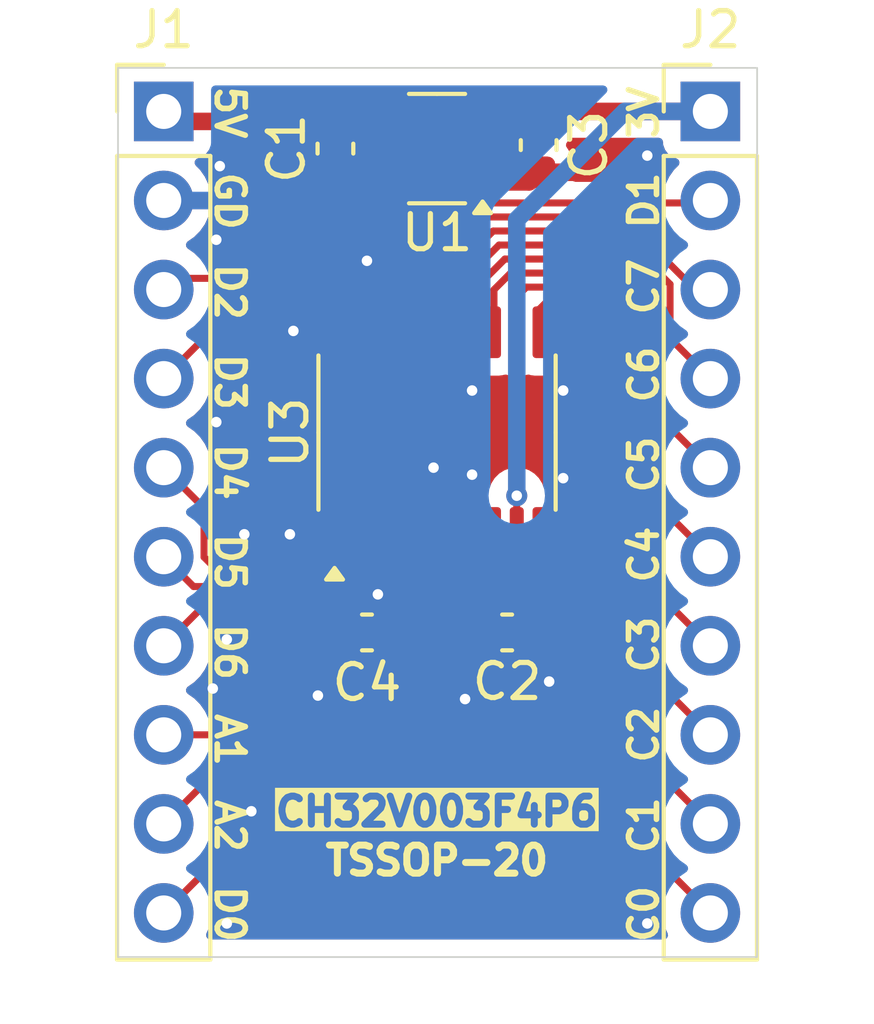
<source format=kicad_pcb>
(kicad_pcb (version 20240108) (generator "pcbnew") (generator_version "8.0")
  (layers (0 "F.Cu" signal) (31 "B.Cu" signal) (34 "B.Paste" user) (35 "F.Paste" user) (36 "B.SilkS" user "B.Silkscreen") (37 "F.SilkS" user "F.Silkscreen") (38 "B.Mask" user) (39 "F.Mask" user) (44 "Edge.Cuts" user))
  (net 0 "")
  (net 1 "GND")
  (net 2 "+5V")
  (net 3 "+3V3")
  (net 4 "NRST")
  (net 5 "PA1")
  (net 6 "PA2")
  (net 7 "PD2")
  (net 8 "PD6")
  (net 9 "PD3")
  (net 10 "PD5")
  (net 11 "PD4")
  (net 12 "PD0")
  (net 13 "PC6")
  (net 14 "PC1")
  (net 15 "PC3")
  (net 16 "PC4")
  (net 17 "PC5")
  (net 18 "PC0")
  (net 19 "PD1")
  (net 20 "PC2")
  (net 21 "PC7")
  (footprint "Capacitor_SMD:C_0603_1608Metric" (layer "F.Cu") (at 83.9 89.5)
    (property "Reference" "C2" (at 0 1.4 0) (layer "F.SilkS"))
    (property "Value" "100nF")
    (fp_line (start -0.14058 -0.51) (end 0.14058 -0.51) (stroke (width 0.12)) (layer "F.SilkS"))
    (fp_line (start -0.14058 0.51) (end 0.14058 0.51) (stroke (width 0.12)) (layer "F.SilkS"))
    (pad "1" smd roundrect (at -0.775 0) (size 0.9 0.95) (layers "F.Cu" "F.Paste" "F.Mask") (net 1 "GND"))
    (pad "2" smd roundrect (at 0.775 0) (size 0.9 0.95) (layers "F.Cu" "F.Paste" "F.Mask") (net 3 "+3V3"))
  )
  (footprint "Connector_PinHeader_2.54mm:PinHeader_1x10_P2.54mm_Vertical" (layer "F.Cu") (at 89.7 74.64)
    (property "Reference" "J2" (at 0 -2.33 0) (layer "F.SilkS"))
    (property "Value" "Conn_01x10")
    (fp_line (start -1.33 -1.33) (end 0 -1.33) (stroke (width 0.12)) (layer "F.SilkS"))
    (fp_line (start -1.33 0) (end -1.33 -1.33) (stroke (width 0.12)) (layer "F.SilkS"))
    (fp_line (start -1.33 1.27) (end -1.33 24.19) (stroke (width 0.12)) (layer "F.SilkS"))
    (fp_line (start -1.33 1.27) (end 1.33 1.27) (stroke (width 0.12)) (layer "F.SilkS"))
    (fp_line (start -1.33 24.19) (end 1.33 24.19) (stroke (width 0.12)) (layer "F.SilkS"))
    (fp_line (start 1.33 1.27) (end 1.33 24.19) (stroke (width 0.12)) (layer "F.SilkS"))
    (pad "1" thru_hole rect (at 0 0) (size 1.7 1.7) (drill 1) (layers "*.Cu" "*.Mask") (net 3 "+3V3"))
    (pad "2" thru_hole oval (at 0 2.54) (size 1.7 1.7) (drill 1) (layers "*.Cu" "*.Mask") (net 19 "PD1"))
    (pad "3" thru_hole oval (at 0 5.08) (size 1.7 1.7) (drill 1) (layers "*.Cu" "*.Mask") (net 21 "PC7"))
    (pad "4" thru_hole oval (at 0 7.62) (size 1.7 1.7) (drill 1) (layers "*.Cu" "*.Mask") (net 13 "PC6"))
    (pad "5" thru_hole oval (at 0 10.16) (size 1.7 1.7) (drill 1) (layers "*.Cu" "*.Mask") (net 17 "PC5"))
    (pad "6" thru_hole oval (at 0 12.7) (size 1.7 1.7) (drill 1) (layers "*.Cu" "*.Mask") (net 16 "PC4"))
    (pad "7" thru_hole oval (at 0 15.24) (size 1.7 1.7) (drill 1) (layers "*.Cu" "*.Mask") (net 15 "PC3"))
    (pad "8" thru_hole oval (at 0 17.78) (size 1.7 1.7) (drill 1) (layers "*.Cu" "*.Mask") (net 20 "PC2"))
    (pad "9" thru_hole oval (at 0 20.32) (size 1.7 1.7) (drill 1) (layers "*.Cu" "*.Mask") (net 14 "PC1"))
    (pad "10" thru_hole oval (at 0 22.86) (size 1.7 1.7) (drill 1) (layers "*.Cu" "*.Mask") (net 18 "PC0"))
  )
  (footprint "Capacitor_SMD:C_0603_1608Metric" (layer "F.Cu") (at 79 75.7 -90)
    (property "Reference" "C1" (at 0 1.4 90) (layer "F.SilkS"))
    (property "Value" "10uF")
    (fp_line (start -0.14058 0.51) (end 0.14058 0.51) (stroke (width 0.12)) (layer "F.SilkS"))
    (fp_line (start -0.14058 -0.51) (end 0.14058 -0.51) (stroke (width 0.12)) (layer "F.SilkS"))
    (pad "1" smd roundrect (at -0.775 0 270) (size 0.9 0.95) (layers "F.Cu" "F.Paste" "F.Mask") (net 2 "+5V"))
    (pad "2" smd roundrect (at 0.775 0 270) (size 0.9 0.95) (layers "F.Cu" "F.Paste" "F.Mask") (net 1 "GND"))
  )
  (footprint "Package_TO_SOT_SMD:SOT-23-3" (layer "F.Cu") (at 81.9 75.7 180)
    (property "Reference" "U1" (at 0 -2.4 180) (layer "F.SilkS"))
    (property "Value" "XC6206PxxxMR")
    (fp_line (start 0 1.56) (end 0.8 1.56) (stroke (width 0.12)) (layer "F.SilkS"))
    (fp_line (start 0 1.56) (end -0.8 1.56) (stroke (width 0.12)) (layer "F.SilkS"))
    (fp_line (start 0 -1.56) (end 0.8 -1.56) (stroke (width 0.12)) (layer "F.SilkS"))
    (fp_line (start 0 -1.56) (end -0.8 -1.56) (stroke (width 0.12)) (layer "F.SilkS"))
    (fp_poly (pts (xy -1.3 -1.51) (xy -1.54 -1.84) (xy -1.06 -1.84) (xy -1.3 -1.51)) (stroke (width 0.12)) (fill solid) (layer "F.SilkS"))
    (pad "1" smd roundrect (at -1.1375 -0.95 180) (size 1.325 0.6) (layers "F.Cu" "F.Paste" "F.Mask") (net 1 "GND"))
    (pad "2" smd roundrect (at -1.1375 0.95 180) (size 1.325 0.6) (layers "F.Cu" "F.Paste" "F.Mask") (net 3 "+3V3"))
    (pad "3" smd roundrect (at 1.1375 0 180) (size 1.325 0.6) (layers "F.Cu" "F.Paste" "F.Mask") (net 2 "+5V"))
  )
  (footprint "Capacitor_SMD:C_0603_1608Metric" (layer "F.Cu") (at 79.9 89.5 180)
    (property "Reference" "C4" (at 0 -1.43 180) (layer "F.SilkS"))
    (property "Value" "100nF")
    (fp_line (start -0.14058 0.51) (end 0.14058 0.51) (stroke (width 0.12)) (layer "F.SilkS"))
    (fp_line (start -0.14058 -0.51) (end 0.14058 -0.51) (stroke (width 0.12)) (layer "F.SilkS"))
    (pad "1" smd roundrect (at -0.775 0 180) (size 0.9 0.95) (layers "F.Cu" "F.Paste" "F.Mask") (net 4 "NRST"))
    (pad "2" smd roundrect (at 0.775 0 180) (size 0.9 0.95) (layers "F.Cu" "F.Paste" "F.Mask") (net 1 "GND"))
  )
  (footprint "Connector_PinHeader_2.54mm:PinHeader_1x10_P2.54mm_Vertical" (layer "F.Cu") (at 74.1 74.64)
    (property "Reference" "J1" (at 0 -2.33 0) (layer "F.SilkS"))
    (property "Value" "Conn_01x10")
    (fp_line (start -1.33 -1.33) (end 0 -1.33) (stroke (width 0.12)) (layer "F.SilkS"))
    (fp_line (start -1.33 0) (end -1.33 -1.33) (stroke (width 0.12)) (layer "F.SilkS"))
    (fp_line (start -1.33 1.27) (end -1.33 24.19) (stroke (width 0.12)) (layer "F.SilkS"))
    (fp_line (start -1.33 1.27) (end 1.33 1.27) (stroke (width 0.12)) (layer "F.SilkS"))
    (fp_line (start -1.33 24.19) (end 1.33 24.19) (stroke (width 0.12)) (layer "F.SilkS"))
    (fp_line (start 1.33 1.27) (end 1.33 24.19) (stroke (width 0.12)) (layer "F.SilkS"))
    (pad "1" thru_hole rect (at 0 0) (size 1.7 1.7) (drill 1) (layers "*.Cu" "*.Mask") (net 2 "+5V"))
    (pad "2" thru_hole oval (at 0 2.54) (size 1.7 1.7) (drill 1) (layers "*.Cu" "*.Mask") (net 1 "GND"))
    (pad "3" thru_hole oval (at 0 5.08) (size 1.7 1.7) (drill 1) (layers "*.Cu" "*.Mask") (net 7 "PD2"))
    (pad "4" thru_hole oval (at 0 7.62) (size 1.7 1.7) (drill 1) (layers "*.Cu" "*.Mask") (net 9 "PD3"))
    (pad "5" thru_hole oval (at 0 10.16) (size 1.7 1.7) (drill 1) (layers "*.Cu" "*.Mask") (net 11 "PD4"))
    (pad "6" thru_hole oval (at 0 12.7) (size 1.7 1.7) (drill 1) (layers "*.Cu" "*.Mask") (net 10 "PD5"))
    (pad "7" thru_hole oval (at 0 15.24) (size 1.7 1.7) (drill 1) (layers "*.Cu" "*.Mask") (net 8 "PD6"))
    (pad "8" thru_hole oval (at 0 17.78) (size 1.7 1.7) (drill 1) (layers "*.Cu" "*.Mask") (net 5 "PA1"))
    (pad "9" thru_hole oval (at 0 20.32) (size 1.7 1.7) (drill 1) (layers "*.Cu" "*.Mask") (net 6 "PA2"))
    (pad "10" thru_hole oval (at 0 22.86) (size 1.7 1.7) (drill 1) (layers "*.Cu" "*.Mask") (net 12 "PD0"))
  )
  (footprint "Package_SO:TSSOP-20_4.4x6.5mm_P0.65mm" (layer "F.Cu") (at 81.9 83.8 90)
    (property "Reference" "U3" (at 0 -4.2 -90) (layer "F.SilkS"))
    (property "Value" "CH32V003FxPx")
    (fp_line (start 0 -3.385) (end 2.2 -3.385) (stroke (width 0.12)) (layer "F.SilkS"))
    (fp_line (start 0 -3.385) (end -2.2 -3.385) (stroke (width 0.12)) (layer "F.SilkS"))
    (fp_line (start 0 3.385) (end 2.2 3.385) (stroke (width 0.12)) (layer "F.SilkS"))
    (fp_line (start 0 3.385) (end -2.2 3.385) (stroke (width 0.12)) (layer "F.SilkS"))
    (fp_poly (pts (xy -3.86 -2.925) (xy -4.19 -3.165) (xy -4.19 -2.685) (xy -3.86 -2.925)) (stroke (width 0.12)) (fill solid) (layer "F.SilkS"))
    (pad "1" smd roundrect (at -2.8625 -2.925 90) (size 1.475 0.4) (layers "F.Cu" "F.Paste" "F.Mask") (net 11 "PD4"))
    (pad "2" smd roundrect (at -2.8625 -2.275 90) (size 1.475 0.4) (layers "F.Cu" "F.Paste" "F.Mask") (net 10 "PD5"))
    (pad "3" smd roundrect (at -2.8625 -1.625 90) (size 1.475 0.4) (layers "F.Cu" "F.Paste" "F.Mask") (net 8 "PD6"))
    (pad "4" smd roundrect (at -2.8625 -0.975 90) (size 1.475 0.4) (layers "F.Cu" "F.Paste" "F.Mask") (net 4 "NRST"))
    (pad "5" smd roundrect (at -2.8625 -0.325 90) (size 1.475 0.4) (layers "F.Cu" "F.Paste" "F.Mask") (net 5 "PA1"))
    (pad "6" smd roundrect (at -2.8625 0.325 90) (size 1.475 0.4) (layers "F.Cu" "F.Paste" "F.Mask") (net 6 "PA2"))
    (pad "7" smd roundrect (at -2.8625 0.975 90) (size 1.475 0.4) (layers "F.Cu" "F.Paste" "F.Mask") (net 1 "GND"))
    (pad "8" smd roundrect (at -2.8625 1.625 90) (size 1.475 0.4) (layers "F.Cu" "F.Paste" "F.Mask") (net 12 "PD0"))
    (pad "9" smd roundrect (at -2.8625 2.275 90) (size 1.475 0.4) (layers "F.Cu" "F.Paste" "F.Mask") (net 3 "+3V3"))
    (pad "10" smd roundrect (at -2.8625 2.925 90) (size 1.475 0.4) (layers "F.Cu" "F.Paste" "F.Mask") (net 18 "PC0"))
    (pad "11" smd roundrect (at 2.8625 2.925 90) (size 1.475 0.4) (layers "F.Cu" "F.Paste" "F.Mask") (net 14 "PC1"))
    (pad "12" smd roundrect (at 2.8625 2.275 90) (size 1.475 0.4) (layers "F.Cu" "F.Paste" "F.Mask") (net 20 "PC2"))
    (pad "13" smd roundrect (at 2.8625 1.625 90) (size 1.475 0.4) (layers "F.Cu" "F.Paste" "F.Mask") (net 15 "PC3"))
    (pad "14" smd roundrect (at 2.8625 0.975 90) (size 1.475 0.4) (layers "F.Cu" "F.Paste" "F.Mask") (net 16 "PC4"))
    (pad "15" smd roundrect (at 2.8625 0.325 90) (size 1.475 0.4) (layers "F.Cu" "F.Paste" "F.Mask") (net 17 "PC5"))
    (pad "16" smd roundrect (at 2.8625 -0.325 90) (size 1.475 0.4) (layers "F.Cu" "F.Paste" "F.Mask") (net 13 "PC6"))
    (pad "17" smd roundrect (at 2.8625 -0.975 90) (size 1.475 0.4) (layers "F.Cu" "F.Paste" "F.Mask") (net 21 "PC7"))
    (pad "18" smd roundrect (at 2.8625 -1.625 90) (size 1.475 0.4) (layers "F.Cu" "F.Paste" "F.Mask") (net 19 "PD1"))
    (pad "19" smd roundrect (at 2.8625 -2.275 90) (size 1.475 0.4) (layers "F.Cu" "F.Paste" "F.Mask") (net 7 "PD2"))
    (pad "20" smd roundrect (at 2.8625 -2.925 90) (size 1.475 0.4) (layers "F.Cu" "F.Paste" "F.Mask") (net 9 "PD3"))
  )
  (footprint "Capacitor_SMD:C_0603_1608Metric" (layer "F.Cu") (at 84.8 75.6 -90)
    (property "Reference" "C3" (at 0 -1.43 90) (layer "F.SilkS"))
    (property "Value" "10uF")
    (fp_line (start -0.14058 0.51) (end 0.14058 0.51) (stroke (width 0.12)) (layer "F.SilkS"))
    (fp_line (start -0.14058 -0.51) (end 0.14058 -0.51) (stroke (width 0.12)) (layer "F.SilkS"))
    (pad "1" smd roundrect (at -0.775 0 270) (size 0.9 0.95) (layers "F.Cu" "F.Paste" "F.Mask") (net 3 "+3V3"))
    (pad "2" smd roundrect (at 0.775 0 270) (size 0.9 0.95) (layers "F.Cu" "F.Paste" "F.Mask") (net 1 "GND"))
  )
  (gr_rect (start 72.795 73.398) (end 91.035 98.758) (stroke (width 0.05)) (fill none) (layer "Edge.Cuts"))
  (gr_text "C6" (at 87.8 82.143388 90) (layer "F.SilkS") (effects (font (size 0.8 0.8) (thickness 0.16) (bold yes))))
  (gr_text "C7" (at 87.8 79.633018 90) (layer "F.SilkS") (effects (font (size 0.8 0.8) (thickness 0.16) (bold yes))))
  (gr_text "C1" (at 87.8 95 90) (layer "F.SilkS") (effects (font (size 0.8 0.8) (thickness 0.16) (bold yes))))
  (gr_text "TSSOP-20" (at 81.894499 96.005418 0) (layer "F.SilkS") (effects (font (size 0.8 0.8) (thickness 0.2) (bold yes))))
  (gr_text "D1" (at 87.8 77.179791 90) (layer "F.SilkS") (effects (font (size 0.8 0.8) (thickness 0.16) (bold yes))))
  (gr_text "C4" (at 87.8 87.278414 90) (layer "F.SilkS") (effects (font (size 0.8 0.8) (thickness 0.16) (bold yes))))
  (gr_text "C0" (at 87.8 97.529418 90) (layer "F.SilkS") (effects (font (size 0.8 0.8) (thickness 0.16) (bold yes))))
  (gr_text "D0" (at 75.989 97.529418 270) (layer "F.SilkS") (effects (font (size 0.8 0.8) (thickness 0.16) (bold yes))))
  (gr_text "3V" (at 87.8 74.669418 90) (layer "F.SilkS") (effects (font (size 0.8 0.8) (thickness 0.16) (bold yes))))
  (gr_text "D5" (at 75.989 87.487935 270) (layer "F.SilkS") (effects (font (size 0.8 0.8) (thickness 0.16) (bold yes))))
  (gr_text "A1" (at 75.989 92.565818 270) (layer "F.SilkS") (effects (font (size 0.8 0.8) (thickness 0.16) (bold yes))))
  (gr_text "C3" (at 87.8 89.845927 90) (layer "F.SilkS") (effects (font (size 0.8 0.8) (thickness 0.16) (bold yes))))
  (gr_text "5V" (at 75.989 74.669418 -90) (layer "F.SilkS") (effects (font (size 0.8 0.8) (thickness 0.16) (bold yes))))
  (gr_text "C5" (at 87.8 84.710901 90) (layer "F.SilkS") (effects (font (size 0.8 0.8) (thickness 0.16) (bold yes))))
  (gr_text "A2" (at 75.989 95.019045 270) (layer "F.SilkS") (effects (font (size 0.8 0.8) (thickness 0.16) (bold yes))))
  (gr_text "D3" (at 75.989 82.352909 270) (layer "F.SilkS") (effects (font (size 0.8 0.8) (thickness 0.16) (bold yes))))
  (gr_text "GD" (at 75.989 77.198836 270) (layer "F.SilkS") (effects (font (size 0.8 0.8) (thickness 0.16) (bold yes))))
  (gr_text "D6" (at 75.989 90.055448 270) (layer "F.SilkS") (effects (font (size 0.8 0.8) (thickness 0.16) (bold yes))))
  (gr_text "D2" (at 75.989 79.785396 270) (layer "F.SilkS") (effects (font (size 0.8 0.8) (thickness 0.16) (bold yes))))
  (gr_text "CH32V003F4P6" (at 81.894499 94.608418 0) (layer "F.SilkS" knockout) (effects (font (size 0.8 0.8) (thickness 0.2) (bold yes))))
  (gr_text "C2" (at 87.8 92.41344 90) (layer "F.SilkS") (effects (font (size 0.8 0.8) (thickness 0.16) (bold yes))))
  (gr_text "D4" (at 75.989 84.920422 270) (layer "F.SilkS") (effects (font (size 0.8 0.8) (thickness 0.16) (bold yes))))
  (segment (start 79.175 76.65) (end 79 76.475) (width 0.5) (layer "F.Cu") (net 1))
  (segment (start 83.0375 76.65) (end 79.175 76.65) (width 0.5) (layer "F.Cu") (net 1))
  (segment (start 82.875 89.25) (end 83.125 89.5) (width 0.2) (layer "F.Cu") (net 1))
  (segment (start 84.525 76.65) (end 84.8 76.375) (width 0.5) (layer "F.Cu") (net 1))
  (segment (start 80.211764 88.413236) (end 79.125 89.5) (width 0.5) (layer "F.Cu") (net 1))
  (segment (start 82.875 86.6625) (end 82.875 85.875) (width 0.2) (layer "F.Cu") (net 1))
  (segment (start 77.225 76.475) (end 76.52 77.18) (width 0.5) (layer "F.Cu") (net 1))
  (segment (start 82.875 85.875) (end 81.8 84.8) (width 0.2) (layer "F.Cu") (net 1))
  (segment (start 82.875 86.6625) (end 82.875 89.25) (width 0.2) (layer "F.Cu") (net 1))
  (segment (start 76.52 77.18) (end 74.1 77.18) (width 0.5) (layer "F.Cu") (net 1))
  (segment (start 79 76.475) (end 77.225 76.475) (width 0.5) (layer "F.Cu") (net 1))
  (segment (start 83.0375 76.65) (end 84.525 76.65) (width 0.5) (layer "F.Cu") (net 1))
  (via (at 76.6 94.6) (size 0.6) (drill 0.3) (layers "F.Cu" "B.Cu") (net 1))
  (via (at 75.7 76.2) (size 0.6) (drill 0.3) (layers "F.Cu" "B.Cu") (net 1))
  (via (at 75.9 97.8) (size 0.6) (drill 0.3) (layers "F.Cu" "B.Cu") (net 1))
  (via (at 78.5 91.3) (size 0.6) (drill 0.3) (layers "F.Cu" "B.Cu") (net 1))
  (via (at 75.5 91.1) (size 0.6) (drill 0.3) (layers "F.Cu" "B.Cu") (net 1))
  (via (at 87.9 75.9) (size 0.6) (drill 0.3) (layers "F.Cu" "B.Cu") (net 1))
  (via (at 75.9 89.7) (size 0.6) (drill 0.3) (layers "F.Cu" "B.Cu") (net 1))
  (via (at 82.9 85) (size 0.6) (drill 0.3) (layers "F.Cu" "B.Cu") (net 1))
  (via (at 81.8 84.8) (size 0.6) (drill 0.3) (layers "F.Cu" "B.Cu") (net 1))
  (via (at 85.5 85.1) (size 0.6) (drill 0.3) (layers "F.Cu" "B.Cu") (net 1))
  (via (at 76.4 86.7) (size 0.6) (drill 0.3) (layers "F.Cu" "B.Cu") (net 1))
  (via (at 75.6 83.5) (size 0.6) (drill 0.3) (layers "F.Cu" "B.Cu") (net 1))
  (via (at 87.9 97.8) (size 0.6) (drill 0.3) (layers "F.Cu" "B.Cu") (net 1))
  (via (at 82.7 91.4) (size 0.6) (drill 0.3) (layers "F.Cu" "B.Cu") (net 1))
  (via (at 80.211764 88.413236) (size 0.6) (drill 0.3) (layers "F.Cu" "B.Cu") (net 1))
  (via (at 85.5 82.6) (size 0.6) (drill 0.3) (layers "F.Cu" "B.Cu") (net 1))
  (via (at 77.7 86.7) (size 0.6) (drill 0.3) (layers "F.Cu" "B.Cu") (net 1))
  (via (at 79.9 78.9) (size 0.6) (drill 0.3) (layers "F.Cu" "B.Cu") (net 1))
  (via (at 77.8 80.9) (size 0.6) (drill 0.3) (layers "F.Cu" "B.Cu") (net 1))
  (via (at 75.6 78.3) (size 0.6) (drill 0.3) (layers "F.Cu" "B.Cu") (net 1))
  (via (at 82.9 82.6) (size 0.6) (drill 0.3) (layers "F.Cu" "B.Cu") (net 1))
  (via (at 85.1 90.9) (size 0.6) (drill 0.3) (layers "F.Cu" "B.Cu") (net 1))
  (segment (start 81.8 82.5) (end 76.48 77.18) (width 0.5) (layer "B.Cu") (net 1))
  (segment (start 81.8 84.8) (end 81.8 86.825) (width 0.5) (layer "B.Cu") (net 1))
  (segment (start 76.48 77.18) (end 74.1 77.18) (width 0.5) (layer "B.Cu") (net 1))
  (segment (start 81.8 86.825) (end 80.211764 88.413236) (width 0.5) (layer "B.Cu") (net 1))
  (segment (start 81.8 84.8) (end 81.8 82.5) (width 0.5) (layer "B.Cu") (net 1))
  (segment (start 79.775 75.7) (end 79 74.925) (width 0.5) (layer "F.Cu") (net 2))
  (segment (start 74.385 74.925) (end 74.1 74.64) (width 0.5) (layer "F.Cu") (net 2))
  (segment (start 80.7625 75.7) (end 79.775 75.7) (width 0.5) (layer "F.Cu") (net 2))
  (segment (start 79 74.925) (end 74.385 74.925) (width 0.5) (layer "F.Cu") (net 2))
  (segment (start 84.175 88.760618) (end 84.675 89.260618) (width 0.2) (layer "F.Cu") (net 3))
  (segment (start 84.8 74.825) (end 84.985 74.64) (width 0.5) (layer "F.Cu") (net 3))
  (segment (start 84.175 86.6625) (end 84.175 88.760618) (width 0.2) (layer "F.Cu") (net 3))
  (segment (start 84.175 85.6) (end 84.175 86.6625) (width 0.2) (layer "F.Cu") (net 3))
  (segment (start 83.0375 74.75) (end 84.725 74.75) (width 0.5) (layer "F.Cu") (net 3))
  (segment (start 84.725 74.75) (end 84.8 74.825) (width 0.5) (layer "F.Cu") (net 3))
  (segment (start 84.675 89.260618) (end 84.675 89.5) (width 0.2) (layer "F.Cu") (net 3))
  (segment (start 84.985 74.64) (end 89.7 74.64) (width 0.5) (layer "F.Cu") (net 3))
  (via (at 84.175 85.6) (size 0.6) (drill 0.3) (layers "F.Cu" "B.Cu") (net 3))
  (segment (start 84.175 77.725) (end 87.26 74.64) (width 0.5) (layer "B.Cu") (net 3))
  (segment (start 84.175 85.6) (end 84.175 77.725) (width 0.5) (layer "B.Cu") (net 3))
  (segment (start 87.26 74.64) (end 89.7 74.64) (width 0.5) (layer "B.Cu") (net 3))
  (segment (start 80.925 86.6625) (end 80.925 89.25) (width 0.2) (layer "F.Cu") (net 4))
  (segment (start 80.925 89.25) (end 80.675 89.5) (width 0.2) (layer "F.Cu") (net 4))
  (segment (start 81.575 86.6625) (end 81.575 89.823696) (width 0.2) (layer "F.Cu") (net 5))
  (segment (start 81.575 89.823696) (end 78.978696 92.42) (width 0.2) (layer "F.Cu") (net 5))
  (segment (start 78.978696 92.42) (end 74.1 92.42) (width 0.2) (layer "F.Cu") (net 5))
  (segment (start 76.24 92.82) (end 74.1 94.96) (width 0.2) (layer "F.Cu") (net 6))
  (segment (start 79.18 92.82) (end 76.24 92.82) (width 0.2) (layer "F.Cu") (net 6))
  (segment (start 82.225 86.6625) (end 82.225 89.775) (width 0.2) (layer "F.Cu") (net 6))
  (segment (start 82.225 89.775) (end 79.18 92.82) (width 0.2) (layer "F.Cu") (net 6))
  (segment (start 79.625 80.9375) (end 79.625 80.281544) (width 0.2) (layer "F.Cu") (net 7))
  (segment (start 79.625 80.281544) (end 78.743456 79.4) (width 0.2) (layer "F.Cu") (net 7))
  (segment (start 78.743456 79.4) (end 74.42 79.4) (width 0.2) (layer "F.Cu") (net 7))
  (segment (start 74.42 79.4) (end 74.1 79.72) (width 0.2) (layer "F.Cu") (net 7))
  (segment (start 79.084999 88.59) (end 75.39 88.59) (width 0.2) (layer "F.Cu") (net 8))
  (segment (start 80.275 87.399999) (end 79.084999 88.59) (width 0.2) (layer "F.Cu") (net 8))
  (segment (start 80.275 86.6625) (end 80.275 87.399999) (width 0.2) (layer "F.Cu") (net 8))
  (segment (start 75.39 88.59) (end 74.1 89.88) (width 0.2) (layer "F.Cu") (net 8))
  (segment (start 78.975 80.9375) (end 78.975 80.19723) (width 0.2) (layer "F.Cu") (net 9))
  (segment (start 78.57777 79.8) (end 76.56 79.8) (width 0.2) (layer "F.Cu") (net 9))
  (segment (start 76.56 79.8) (end 74.1 82.26) (width 0.2) (layer "F.Cu") (net 9))
  (segment (start 78.975 80.19723) (end 78.57777 79.8) (width 0.2) (layer "F.Cu") (net 9))
  (segment (start 78.834999 88.19) (end 74.95 88.19) (width 0.2) (layer "F.Cu") (net 10))
  (segment (start 79.625 87.399999) (end 78.834999 88.19) (width 0.2) (layer "F.Cu") (net 10))
  (segment (start 74.95 88.19) (end 74.1 87.34) (width 0.2) (layer "F.Cu") (net 10))
  (segment (start 79.625 86.6625) (end 79.625 87.399999) (width 0.2) (layer "F.Cu") (net 10))
  (segment (start 75.25 85.95) (end 74.1 84.8) (width 0.2) (layer "F.Cu") (net 11))
  (segment (start 75.69 87.79) (end 75.25 87.35) (width 0.2) (layer "F.Cu") (net 11))
  (segment (start 78.669313 87.79) (end 75.69 87.79) (width 0.2) (layer "F.Cu") (net 11))
  (segment (start 75.25 87.35) (end 75.25 85.95) (width 0.2) (layer "F.Cu") (net 11))
  (segment (start 78.975 87.484313) (end 78.669313 87.79) (width 0.2) (layer "F.Cu") (net 11))
  (segment (start 78.975 86.6625) (end 78.975 87.484313) (width 0.2) (layer "F.Cu") (net 11))
  (segment (start 79.345686 93.22) (end 76.405686 93.22) (width 0.2) (layer "F.Cu") (net 12))
  (segment (start 75.5 94.125686) (end 75.5 96.1) (width 0.2) (layer "F.Cu") (net 12))
  (segment (start 83.9 89.948696) (end 83.573696 90.275) (width 0.2) (layer "F.Cu") (net 12))
  (segment (start 75.5 96.1) (end 74.1 97.5) (width 0.2) (layer "F.Cu") (net 12))
  (segment (start 83.525 86.6625) (end 83.525 88.676304) (width 0.2) (layer "F.Cu") (net 12))
  (segment (start 83.573696 90.275) (end 82.290686 90.275) (width 0.2) (layer "F.Cu") (net 12))
  (segment (start 76.405686 93.22) (end 75.5 94.125686) (width 0.2) (layer "F.Cu") (net 12))
  (segment (start 83.525 88.676304) (end 83.9 89.051304) (width 0.2) (layer "F.Cu") (net 12))
  (segment (start 83.9 89.051304) (end 83.9 89.948696) (width 0.2) (layer "F.Cu") (net 12))
  (segment (start 82.290686 90.275) (end 79.345686 93.22) (width 0.2) (layer "F.Cu") (net 12))
  (segment (start 88.55 79.56863) (end 88.55 81.11) (width 0.2) (layer "F.Cu") (net 13))
  (segment (start 81.575 80.9375) (end 81.575 79.977942) (width 0.2) (layer "F.Cu") (net 13))
  (segment (start 83.502942 78.05) (end 87.031372 78.05) (width 0.2) (layer "F.Cu") (net 13))
  (segment (start 87.031372 78.05) (end 88.55 79.56863) (width 0.2) (layer "F.Cu") (net 13))
  (segment (start 88.55 81.11) (end 89.7 82.26) (width 0.2) (layer "F.Cu") (net 13))
  (segment (start 81.575 79.977942) (end 83.502942 78.05) (width 0.2) (layer "F.Cu") (net 13))
  (segment (start 84.825 80.9375) (end 84.825 80.275) (width 0.2) (layer "F.Cu") (net 14))
  (segment (start 86.542157 91.802157) (end 89.7 94.96) (width 0.2) (layer "F.Cu") (net 14))
  (segment (start 86.542157 80.407843) (end 86.542157 91.802157) (width 0.2) (layer "F.Cu") (net 14))
  (segment (start 85.05 80.05) (end 86.184314 80.05) (width 0.2) (layer "F.Cu") (net 14))
  (segment (start 84.825 80.275) (end 85.05 80.05) (width 0.2) (layer "F.Cu") (net 14))
  (segment (start 86.184314 80.05) (end 86.542157 80.407843) (width 0.2) (layer "F.Cu") (net 14))
  (segment (start 86.534314 79.25) (end 87.342157 80.057843) (width 0.2) (layer "F.Cu") (net 15))
  (segment (start 83.525 80.9375) (end 83.525 79.725) (width 0.2) (layer "F.Cu") (net 15))
  (segment (start 87.342157 87.522157) (end 89.7 89.88) (width 0.2) (layer "F.Cu") (net 15))
  (segment (start 84 79.25) (end 86.534314 79.25) (width 0.2) (layer "F.Cu") (net 15))
  (segment (start 87.342157 80.057843) (end 87.342157 87.522157) (width 0.2) (layer "F.Cu") (net 15))
  (segment (start 83.525 79.725) (end 84 79.25) (width 0.2) (layer "F.Cu") (net 15))
  (segment (start 82.875 79.809314) (end 83.834314 78.85) (width 0.2) (layer "F.Cu") (net 16))
  (segment (start 83.834314 78.85) (end 86.7 78.85) (width 0.2) (layer "F.Cu") (net 16))
  (segment (start 87.75 79.9) (end 87.75 85.39) (width 0.2) (layer "F.Cu") (net 16))
  (segment (start 86.7 78.85) (end 87.75 79.9) (width 0.2) (layer "F.Cu") (net 16))
  (segment (start 82.875 80.9375) (end 82.875 79.809314) (width 0.2) (layer "F.Cu") (net 16))
  (segment (start 87.75 85.39) (end 89.7 87.34) (width 0.2) (layer "F.Cu") (net 16))
  (segment (start 86.865686 78.45) (end 88.15 79.734315) (width 0.2) (layer "F.Cu") (net 17))
  (segment (start 88.15 83.25) (end 89.7 84.8) (width 0.2) (layer "F.Cu") (net 17))
  (segment (start 82.225 80.9375) (end 82.225 79.893628) (width 0.2) (layer "F.Cu") (net 17))
  (segment (start 82.225 79.893628) (end 83.668628 78.45) (width 0.2) (layer "F.Cu") (net 17))
  (segment (start 83.668628 78.45) (end 86.865686 78.45) (width 0.2) (layer "F.Cu") (net 17))
  (segment (start 88.15 79.734315) (end 88.15 83.25) (width 0.2) (layer "F.Cu") (net 17))
  (segment (start 86.142157 89.042157) (end 86.142157 93.942157) (width 0.2) (layer "F.Cu") (net 18))
  (segment (start 84.825 87.725) (end 86.142157 89.042157) (width 0.2) (layer "F.Cu") (net 18))
  (segment (start 84.825 86.6625) (end 84.825 87.725) (width 0.2) (layer "F.Cu") (net 18))
  (segment (start 86.142157 93.942157) (end 89.7 97.5) (width 0.2) (layer "F.Cu") (net 18))
  (segment (start 80.275 80.146572) (end 83.171572 77.25) (width 0.2) (layer "F.Cu") (net 19))
  (segment (start 89.63 77.25) (end 89.7 77.18) (width 0.2) (layer "F.Cu") (net 19))
  (segment (start 80.275 80.9375) (end 80.275 80.146572) (width 0.2) (layer "F.Cu") (net 19))
  (segment (start 83.171572 77.25) (end 89.63 77.25) (width 0.2) (layer "F.Cu") (net 19))
  (segment (start 86.35 79.65) (end 86.942157 80.242157) (width 0.2) (layer "F.Cu") (net 20))
  (segment (start 84.175 79.925) (end 84.45 79.65) (width 0.2) (layer "F.Cu") (net 20))
  (segment (start 86.942157 89.662157) (end 89.7 92.42) (width 0.2) (layer "F.Cu") (net 20))
  (segment (start 84.45 79.65) (end 86.35 79.65) (width 0.2) (layer "F.Cu") (net 20))
  (segment (start 84.175 80.9375) (end 84.175 79.925) (width 0.2) (layer "F.Cu") (net 20))
  (segment (start 86.942157 80.242157) (end 86.942157 89.662157) (width 0.2) (layer "F.Cu") (net 20))
  (segment (start 83.337257 77.65) (end 87.197058 77.65) (width 0.2) (layer "F.Cu") (net 21))
  (segment (start 80.925 80.9375) (end 80.925 80.062257) (width 0.2) (layer "F.Cu") (net 21))
  (segment (start 80.925 80.062257) (end 83.337257 77.65) (width 0.2) (layer "F.Cu") (net 21))
  (segment (start 87.197058 77.65) (end 89.267058 79.72) (width 0.2) (layer "F.Cu") (net 21))
  (segment (start 89.267058 79.72) (end 89.7 79.72) (width 0.2) (layer "F.Cu") (net 21))
  (zone (net 1) (net_name "GND") (layers "F&B.Cu") (connect_pads (clearance 0.5)) (min_thickness 0.25) (fill yes (thermal_gap 0.5) (thermal_bridge_width 0.5))
    (polygon (pts (xy 72.7 73.2) (xy 91.1 73.2) (xy 91.1 98.9) (xy 72.7 98.9)))
  )
)
</source>
